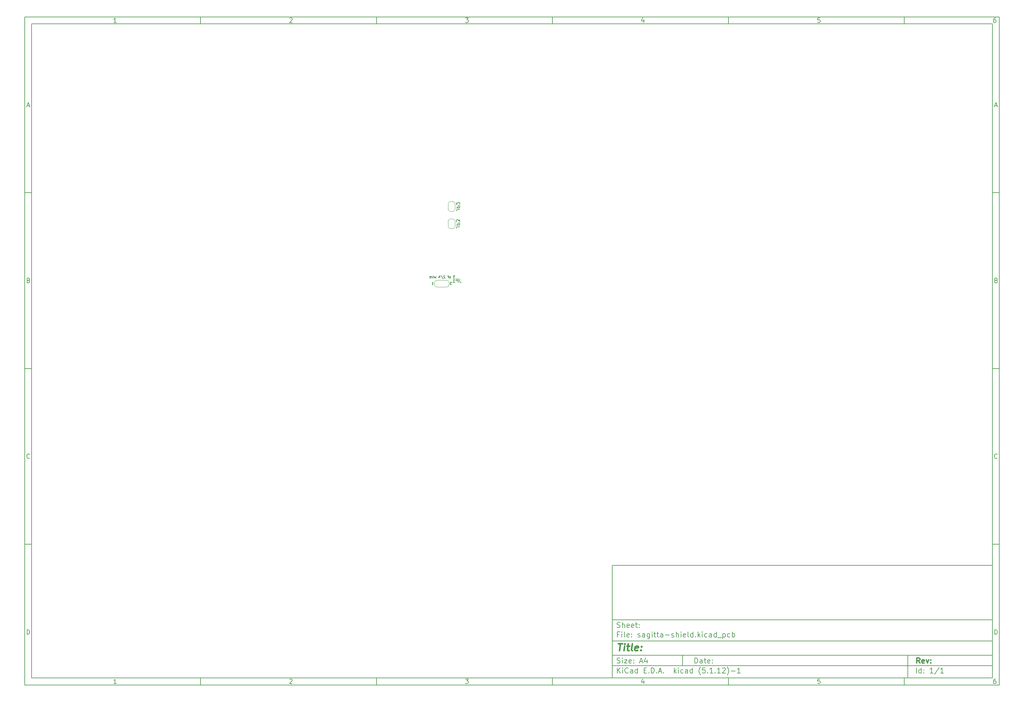
<source format=gbr>
G04 #@! TF.GenerationSoftware,KiCad,Pcbnew,(5.1.12)-1*
G04 #@! TF.CreationDate,2021-12-15T05:31:51+03:00*
G04 #@! TF.ProjectId,sagitta-shield,73616769-7474-4612-9d73-6869656c642e,rev?*
G04 #@! TF.SameCoordinates,Original*
G04 #@! TF.FileFunction,Legend,Bot*
G04 #@! TF.FilePolarity,Positive*
%FSLAX46Y46*%
G04 Gerber Fmt 4.6, Leading zero omitted, Abs format (unit mm)*
G04 Created by KiCad (PCBNEW (5.1.12)-1) date 2021-12-15 05:31:51*
%MOMM*%
%LPD*%
G01*
G04 APERTURE LIST*
%ADD10C,0.100000*%
%ADD11C,0.150000*%
%ADD12C,0.300000*%
%ADD13C,0.400000*%
%ADD14C,0.120000*%
G04 APERTURE END LIST*
D10*
D11*
X177002200Y-166007200D02*
X177002200Y-198007200D01*
X285002200Y-198007200D01*
X285002200Y-166007200D01*
X177002200Y-166007200D01*
D10*
D11*
X10000000Y-10000000D02*
X10000000Y-200007200D01*
X287002200Y-200007200D01*
X287002200Y-10000000D01*
X10000000Y-10000000D01*
D10*
D11*
X12000000Y-12000000D02*
X12000000Y-198007200D01*
X285002200Y-198007200D01*
X285002200Y-12000000D01*
X12000000Y-12000000D01*
D10*
D11*
X60000000Y-12000000D02*
X60000000Y-10000000D01*
D10*
D11*
X110000000Y-12000000D02*
X110000000Y-10000000D01*
D10*
D11*
X160000000Y-12000000D02*
X160000000Y-10000000D01*
D10*
D11*
X210000000Y-12000000D02*
X210000000Y-10000000D01*
D10*
D11*
X260000000Y-12000000D02*
X260000000Y-10000000D01*
D10*
D11*
X36065476Y-11588095D02*
X35322619Y-11588095D01*
X35694047Y-11588095D02*
X35694047Y-10288095D01*
X35570238Y-10473809D01*
X35446428Y-10597619D01*
X35322619Y-10659523D01*
D10*
D11*
X85322619Y-10411904D02*
X85384523Y-10350000D01*
X85508333Y-10288095D01*
X85817857Y-10288095D01*
X85941666Y-10350000D01*
X86003571Y-10411904D01*
X86065476Y-10535714D01*
X86065476Y-10659523D01*
X86003571Y-10845238D01*
X85260714Y-11588095D01*
X86065476Y-11588095D01*
D10*
D11*
X135260714Y-10288095D02*
X136065476Y-10288095D01*
X135632142Y-10783333D01*
X135817857Y-10783333D01*
X135941666Y-10845238D01*
X136003571Y-10907142D01*
X136065476Y-11030952D01*
X136065476Y-11340476D01*
X136003571Y-11464285D01*
X135941666Y-11526190D01*
X135817857Y-11588095D01*
X135446428Y-11588095D01*
X135322619Y-11526190D01*
X135260714Y-11464285D01*
D10*
D11*
X185941666Y-10721428D02*
X185941666Y-11588095D01*
X185632142Y-10226190D02*
X185322619Y-11154761D01*
X186127380Y-11154761D01*
D10*
D11*
X236003571Y-10288095D02*
X235384523Y-10288095D01*
X235322619Y-10907142D01*
X235384523Y-10845238D01*
X235508333Y-10783333D01*
X235817857Y-10783333D01*
X235941666Y-10845238D01*
X236003571Y-10907142D01*
X236065476Y-11030952D01*
X236065476Y-11340476D01*
X236003571Y-11464285D01*
X235941666Y-11526190D01*
X235817857Y-11588095D01*
X235508333Y-11588095D01*
X235384523Y-11526190D01*
X235322619Y-11464285D01*
D10*
D11*
X285941666Y-10288095D02*
X285694047Y-10288095D01*
X285570238Y-10350000D01*
X285508333Y-10411904D01*
X285384523Y-10597619D01*
X285322619Y-10845238D01*
X285322619Y-11340476D01*
X285384523Y-11464285D01*
X285446428Y-11526190D01*
X285570238Y-11588095D01*
X285817857Y-11588095D01*
X285941666Y-11526190D01*
X286003571Y-11464285D01*
X286065476Y-11340476D01*
X286065476Y-11030952D01*
X286003571Y-10907142D01*
X285941666Y-10845238D01*
X285817857Y-10783333D01*
X285570238Y-10783333D01*
X285446428Y-10845238D01*
X285384523Y-10907142D01*
X285322619Y-11030952D01*
D10*
D11*
X60000000Y-198007200D02*
X60000000Y-200007200D01*
D10*
D11*
X110000000Y-198007200D02*
X110000000Y-200007200D01*
D10*
D11*
X160000000Y-198007200D02*
X160000000Y-200007200D01*
D10*
D11*
X210000000Y-198007200D02*
X210000000Y-200007200D01*
D10*
D11*
X260000000Y-198007200D02*
X260000000Y-200007200D01*
D10*
D11*
X36065476Y-199595295D02*
X35322619Y-199595295D01*
X35694047Y-199595295D02*
X35694047Y-198295295D01*
X35570238Y-198481009D01*
X35446428Y-198604819D01*
X35322619Y-198666723D01*
D10*
D11*
X85322619Y-198419104D02*
X85384523Y-198357200D01*
X85508333Y-198295295D01*
X85817857Y-198295295D01*
X85941666Y-198357200D01*
X86003571Y-198419104D01*
X86065476Y-198542914D01*
X86065476Y-198666723D01*
X86003571Y-198852438D01*
X85260714Y-199595295D01*
X86065476Y-199595295D01*
D10*
D11*
X135260714Y-198295295D02*
X136065476Y-198295295D01*
X135632142Y-198790533D01*
X135817857Y-198790533D01*
X135941666Y-198852438D01*
X136003571Y-198914342D01*
X136065476Y-199038152D01*
X136065476Y-199347676D01*
X136003571Y-199471485D01*
X135941666Y-199533390D01*
X135817857Y-199595295D01*
X135446428Y-199595295D01*
X135322619Y-199533390D01*
X135260714Y-199471485D01*
D10*
D11*
X185941666Y-198728628D02*
X185941666Y-199595295D01*
X185632142Y-198233390D02*
X185322619Y-199161961D01*
X186127380Y-199161961D01*
D10*
D11*
X236003571Y-198295295D02*
X235384523Y-198295295D01*
X235322619Y-198914342D01*
X235384523Y-198852438D01*
X235508333Y-198790533D01*
X235817857Y-198790533D01*
X235941666Y-198852438D01*
X236003571Y-198914342D01*
X236065476Y-199038152D01*
X236065476Y-199347676D01*
X236003571Y-199471485D01*
X235941666Y-199533390D01*
X235817857Y-199595295D01*
X235508333Y-199595295D01*
X235384523Y-199533390D01*
X235322619Y-199471485D01*
D10*
D11*
X285941666Y-198295295D02*
X285694047Y-198295295D01*
X285570238Y-198357200D01*
X285508333Y-198419104D01*
X285384523Y-198604819D01*
X285322619Y-198852438D01*
X285322619Y-199347676D01*
X285384523Y-199471485D01*
X285446428Y-199533390D01*
X285570238Y-199595295D01*
X285817857Y-199595295D01*
X285941666Y-199533390D01*
X286003571Y-199471485D01*
X286065476Y-199347676D01*
X286065476Y-199038152D01*
X286003571Y-198914342D01*
X285941666Y-198852438D01*
X285817857Y-198790533D01*
X285570238Y-198790533D01*
X285446428Y-198852438D01*
X285384523Y-198914342D01*
X285322619Y-199038152D01*
D10*
D11*
X10000000Y-60000000D02*
X12000000Y-60000000D01*
D10*
D11*
X10000000Y-110000000D02*
X12000000Y-110000000D01*
D10*
D11*
X10000000Y-160000000D02*
X12000000Y-160000000D01*
D10*
D11*
X10690476Y-35216666D02*
X11309523Y-35216666D01*
X10566666Y-35588095D02*
X11000000Y-34288095D01*
X11433333Y-35588095D01*
D10*
D11*
X11092857Y-84907142D02*
X11278571Y-84969047D01*
X11340476Y-85030952D01*
X11402380Y-85154761D01*
X11402380Y-85340476D01*
X11340476Y-85464285D01*
X11278571Y-85526190D01*
X11154761Y-85588095D01*
X10659523Y-85588095D01*
X10659523Y-84288095D01*
X11092857Y-84288095D01*
X11216666Y-84350000D01*
X11278571Y-84411904D01*
X11340476Y-84535714D01*
X11340476Y-84659523D01*
X11278571Y-84783333D01*
X11216666Y-84845238D01*
X11092857Y-84907142D01*
X10659523Y-84907142D01*
D10*
D11*
X11402380Y-135464285D02*
X11340476Y-135526190D01*
X11154761Y-135588095D01*
X11030952Y-135588095D01*
X10845238Y-135526190D01*
X10721428Y-135402380D01*
X10659523Y-135278571D01*
X10597619Y-135030952D01*
X10597619Y-134845238D01*
X10659523Y-134597619D01*
X10721428Y-134473809D01*
X10845238Y-134350000D01*
X11030952Y-134288095D01*
X11154761Y-134288095D01*
X11340476Y-134350000D01*
X11402380Y-134411904D01*
D10*
D11*
X10659523Y-185588095D02*
X10659523Y-184288095D01*
X10969047Y-184288095D01*
X11154761Y-184350000D01*
X11278571Y-184473809D01*
X11340476Y-184597619D01*
X11402380Y-184845238D01*
X11402380Y-185030952D01*
X11340476Y-185278571D01*
X11278571Y-185402380D01*
X11154761Y-185526190D01*
X10969047Y-185588095D01*
X10659523Y-185588095D01*
D10*
D11*
X287002200Y-60000000D02*
X285002200Y-60000000D01*
D10*
D11*
X287002200Y-110000000D02*
X285002200Y-110000000D01*
D10*
D11*
X287002200Y-160000000D02*
X285002200Y-160000000D01*
D10*
D11*
X285692676Y-35216666D02*
X286311723Y-35216666D01*
X285568866Y-35588095D02*
X286002200Y-34288095D01*
X286435533Y-35588095D01*
D10*
D11*
X286095057Y-84907142D02*
X286280771Y-84969047D01*
X286342676Y-85030952D01*
X286404580Y-85154761D01*
X286404580Y-85340476D01*
X286342676Y-85464285D01*
X286280771Y-85526190D01*
X286156961Y-85588095D01*
X285661723Y-85588095D01*
X285661723Y-84288095D01*
X286095057Y-84288095D01*
X286218866Y-84350000D01*
X286280771Y-84411904D01*
X286342676Y-84535714D01*
X286342676Y-84659523D01*
X286280771Y-84783333D01*
X286218866Y-84845238D01*
X286095057Y-84907142D01*
X285661723Y-84907142D01*
D10*
D11*
X286404580Y-135464285D02*
X286342676Y-135526190D01*
X286156961Y-135588095D01*
X286033152Y-135588095D01*
X285847438Y-135526190D01*
X285723628Y-135402380D01*
X285661723Y-135278571D01*
X285599819Y-135030952D01*
X285599819Y-134845238D01*
X285661723Y-134597619D01*
X285723628Y-134473809D01*
X285847438Y-134350000D01*
X286033152Y-134288095D01*
X286156961Y-134288095D01*
X286342676Y-134350000D01*
X286404580Y-134411904D01*
D10*
D11*
X285661723Y-185588095D02*
X285661723Y-184288095D01*
X285971247Y-184288095D01*
X286156961Y-184350000D01*
X286280771Y-184473809D01*
X286342676Y-184597619D01*
X286404580Y-184845238D01*
X286404580Y-185030952D01*
X286342676Y-185278571D01*
X286280771Y-185402380D01*
X286156961Y-185526190D01*
X285971247Y-185588095D01*
X285661723Y-185588095D01*
D10*
D11*
X200434342Y-193785771D02*
X200434342Y-192285771D01*
X200791485Y-192285771D01*
X201005771Y-192357200D01*
X201148628Y-192500057D01*
X201220057Y-192642914D01*
X201291485Y-192928628D01*
X201291485Y-193142914D01*
X201220057Y-193428628D01*
X201148628Y-193571485D01*
X201005771Y-193714342D01*
X200791485Y-193785771D01*
X200434342Y-193785771D01*
X202577200Y-193785771D02*
X202577200Y-193000057D01*
X202505771Y-192857200D01*
X202362914Y-192785771D01*
X202077200Y-192785771D01*
X201934342Y-192857200D01*
X202577200Y-193714342D02*
X202434342Y-193785771D01*
X202077200Y-193785771D01*
X201934342Y-193714342D01*
X201862914Y-193571485D01*
X201862914Y-193428628D01*
X201934342Y-193285771D01*
X202077200Y-193214342D01*
X202434342Y-193214342D01*
X202577200Y-193142914D01*
X203077200Y-192785771D02*
X203648628Y-192785771D01*
X203291485Y-192285771D02*
X203291485Y-193571485D01*
X203362914Y-193714342D01*
X203505771Y-193785771D01*
X203648628Y-193785771D01*
X204720057Y-193714342D02*
X204577200Y-193785771D01*
X204291485Y-193785771D01*
X204148628Y-193714342D01*
X204077200Y-193571485D01*
X204077200Y-193000057D01*
X204148628Y-192857200D01*
X204291485Y-192785771D01*
X204577200Y-192785771D01*
X204720057Y-192857200D01*
X204791485Y-193000057D01*
X204791485Y-193142914D01*
X204077200Y-193285771D01*
X205434342Y-193642914D02*
X205505771Y-193714342D01*
X205434342Y-193785771D01*
X205362914Y-193714342D01*
X205434342Y-193642914D01*
X205434342Y-193785771D01*
X205434342Y-192857200D02*
X205505771Y-192928628D01*
X205434342Y-193000057D01*
X205362914Y-192928628D01*
X205434342Y-192857200D01*
X205434342Y-193000057D01*
D10*
D11*
X177002200Y-194507200D02*
X285002200Y-194507200D01*
D10*
D11*
X178434342Y-196585771D02*
X178434342Y-195085771D01*
X179291485Y-196585771D02*
X178648628Y-195728628D01*
X179291485Y-195085771D02*
X178434342Y-195942914D01*
X179934342Y-196585771D02*
X179934342Y-195585771D01*
X179934342Y-195085771D02*
X179862914Y-195157200D01*
X179934342Y-195228628D01*
X180005771Y-195157200D01*
X179934342Y-195085771D01*
X179934342Y-195228628D01*
X181505771Y-196442914D02*
X181434342Y-196514342D01*
X181220057Y-196585771D01*
X181077200Y-196585771D01*
X180862914Y-196514342D01*
X180720057Y-196371485D01*
X180648628Y-196228628D01*
X180577200Y-195942914D01*
X180577200Y-195728628D01*
X180648628Y-195442914D01*
X180720057Y-195300057D01*
X180862914Y-195157200D01*
X181077200Y-195085771D01*
X181220057Y-195085771D01*
X181434342Y-195157200D01*
X181505771Y-195228628D01*
X182791485Y-196585771D02*
X182791485Y-195800057D01*
X182720057Y-195657200D01*
X182577200Y-195585771D01*
X182291485Y-195585771D01*
X182148628Y-195657200D01*
X182791485Y-196514342D02*
X182648628Y-196585771D01*
X182291485Y-196585771D01*
X182148628Y-196514342D01*
X182077200Y-196371485D01*
X182077200Y-196228628D01*
X182148628Y-196085771D01*
X182291485Y-196014342D01*
X182648628Y-196014342D01*
X182791485Y-195942914D01*
X184148628Y-196585771D02*
X184148628Y-195085771D01*
X184148628Y-196514342D02*
X184005771Y-196585771D01*
X183720057Y-196585771D01*
X183577200Y-196514342D01*
X183505771Y-196442914D01*
X183434342Y-196300057D01*
X183434342Y-195871485D01*
X183505771Y-195728628D01*
X183577200Y-195657200D01*
X183720057Y-195585771D01*
X184005771Y-195585771D01*
X184148628Y-195657200D01*
X186005771Y-195800057D02*
X186505771Y-195800057D01*
X186720057Y-196585771D02*
X186005771Y-196585771D01*
X186005771Y-195085771D01*
X186720057Y-195085771D01*
X187362914Y-196442914D02*
X187434342Y-196514342D01*
X187362914Y-196585771D01*
X187291485Y-196514342D01*
X187362914Y-196442914D01*
X187362914Y-196585771D01*
X188077200Y-196585771D02*
X188077200Y-195085771D01*
X188434342Y-195085771D01*
X188648628Y-195157200D01*
X188791485Y-195300057D01*
X188862914Y-195442914D01*
X188934342Y-195728628D01*
X188934342Y-195942914D01*
X188862914Y-196228628D01*
X188791485Y-196371485D01*
X188648628Y-196514342D01*
X188434342Y-196585771D01*
X188077200Y-196585771D01*
X189577200Y-196442914D02*
X189648628Y-196514342D01*
X189577200Y-196585771D01*
X189505771Y-196514342D01*
X189577200Y-196442914D01*
X189577200Y-196585771D01*
X190220057Y-196157200D02*
X190934342Y-196157200D01*
X190077200Y-196585771D02*
X190577200Y-195085771D01*
X191077200Y-196585771D01*
X191577200Y-196442914D02*
X191648628Y-196514342D01*
X191577200Y-196585771D01*
X191505771Y-196514342D01*
X191577200Y-196442914D01*
X191577200Y-196585771D01*
X194577200Y-196585771D02*
X194577200Y-195085771D01*
X194720057Y-196014342D02*
X195148628Y-196585771D01*
X195148628Y-195585771D02*
X194577200Y-196157200D01*
X195791485Y-196585771D02*
X195791485Y-195585771D01*
X195791485Y-195085771D02*
X195720057Y-195157200D01*
X195791485Y-195228628D01*
X195862914Y-195157200D01*
X195791485Y-195085771D01*
X195791485Y-195228628D01*
X197148628Y-196514342D02*
X197005771Y-196585771D01*
X196720057Y-196585771D01*
X196577200Y-196514342D01*
X196505771Y-196442914D01*
X196434342Y-196300057D01*
X196434342Y-195871485D01*
X196505771Y-195728628D01*
X196577200Y-195657200D01*
X196720057Y-195585771D01*
X197005771Y-195585771D01*
X197148628Y-195657200D01*
X198434342Y-196585771D02*
X198434342Y-195800057D01*
X198362914Y-195657200D01*
X198220057Y-195585771D01*
X197934342Y-195585771D01*
X197791485Y-195657200D01*
X198434342Y-196514342D02*
X198291485Y-196585771D01*
X197934342Y-196585771D01*
X197791485Y-196514342D01*
X197720057Y-196371485D01*
X197720057Y-196228628D01*
X197791485Y-196085771D01*
X197934342Y-196014342D01*
X198291485Y-196014342D01*
X198434342Y-195942914D01*
X199791485Y-196585771D02*
X199791485Y-195085771D01*
X199791485Y-196514342D02*
X199648628Y-196585771D01*
X199362914Y-196585771D01*
X199220057Y-196514342D01*
X199148628Y-196442914D01*
X199077200Y-196300057D01*
X199077200Y-195871485D01*
X199148628Y-195728628D01*
X199220057Y-195657200D01*
X199362914Y-195585771D01*
X199648628Y-195585771D01*
X199791485Y-195657200D01*
X202077200Y-197157200D02*
X202005771Y-197085771D01*
X201862914Y-196871485D01*
X201791485Y-196728628D01*
X201720057Y-196514342D01*
X201648628Y-196157200D01*
X201648628Y-195871485D01*
X201720057Y-195514342D01*
X201791485Y-195300057D01*
X201862914Y-195157200D01*
X202005771Y-194942914D01*
X202077200Y-194871485D01*
X203362914Y-195085771D02*
X202648628Y-195085771D01*
X202577200Y-195800057D01*
X202648628Y-195728628D01*
X202791485Y-195657200D01*
X203148628Y-195657200D01*
X203291485Y-195728628D01*
X203362914Y-195800057D01*
X203434342Y-195942914D01*
X203434342Y-196300057D01*
X203362914Y-196442914D01*
X203291485Y-196514342D01*
X203148628Y-196585771D01*
X202791485Y-196585771D01*
X202648628Y-196514342D01*
X202577200Y-196442914D01*
X204077200Y-196442914D02*
X204148628Y-196514342D01*
X204077200Y-196585771D01*
X204005771Y-196514342D01*
X204077200Y-196442914D01*
X204077200Y-196585771D01*
X205577200Y-196585771D02*
X204720057Y-196585771D01*
X205148628Y-196585771D02*
X205148628Y-195085771D01*
X205005771Y-195300057D01*
X204862914Y-195442914D01*
X204720057Y-195514342D01*
X206220057Y-196442914D02*
X206291485Y-196514342D01*
X206220057Y-196585771D01*
X206148628Y-196514342D01*
X206220057Y-196442914D01*
X206220057Y-196585771D01*
X207720057Y-196585771D02*
X206862914Y-196585771D01*
X207291485Y-196585771D02*
X207291485Y-195085771D01*
X207148628Y-195300057D01*
X207005771Y-195442914D01*
X206862914Y-195514342D01*
X208291485Y-195228628D02*
X208362914Y-195157200D01*
X208505771Y-195085771D01*
X208862914Y-195085771D01*
X209005771Y-195157200D01*
X209077200Y-195228628D01*
X209148628Y-195371485D01*
X209148628Y-195514342D01*
X209077200Y-195728628D01*
X208220057Y-196585771D01*
X209148628Y-196585771D01*
X209648628Y-197157200D02*
X209720057Y-197085771D01*
X209862914Y-196871485D01*
X209934342Y-196728628D01*
X210005771Y-196514342D01*
X210077200Y-196157200D01*
X210077200Y-195871485D01*
X210005771Y-195514342D01*
X209934342Y-195300057D01*
X209862914Y-195157200D01*
X209720057Y-194942914D01*
X209648628Y-194871485D01*
X210791485Y-196014342D02*
X211934342Y-196014342D01*
X213434342Y-196585771D02*
X212577200Y-196585771D01*
X213005771Y-196585771D02*
X213005771Y-195085771D01*
X212862914Y-195300057D01*
X212720057Y-195442914D01*
X212577200Y-195514342D01*
D10*
D11*
X177002200Y-191507200D02*
X285002200Y-191507200D01*
D10*
D12*
X264411485Y-193785771D02*
X263911485Y-193071485D01*
X263554342Y-193785771D02*
X263554342Y-192285771D01*
X264125771Y-192285771D01*
X264268628Y-192357200D01*
X264340057Y-192428628D01*
X264411485Y-192571485D01*
X264411485Y-192785771D01*
X264340057Y-192928628D01*
X264268628Y-193000057D01*
X264125771Y-193071485D01*
X263554342Y-193071485D01*
X265625771Y-193714342D02*
X265482914Y-193785771D01*
X265197200Y-193785771D01*
X265054342Y-193714342D01*
X264982914Y-193571485D01*
X264982914Y-193000057D01*
X265054342Y-192857200D01*
X265197200Y-192785771D01*
X265482914Y-192785771D01*
X265625771Y-192857200D01*
X265697200Y-193000057D01*
X265697200Y-193142914D01*
X264982914Y-193285771D01*
X266197200Y-192785771D02*
X266554342Y-193785771D01*
X266911485Y-192785771D01*
X267482914Y-193642914D02*
X267554342Y-193714342D01*
X267482914Y-193785771D01*
X267411485Y-193714342D01*
X267482914Y-193642914D01*
X267482914Y-193785771D01*
X267482914Y-192857200D02*
X267554342Y-192928628D01*
X267482914Y-193000057D01*
X267411485Y-192928628D01*
X267482914Y-192857200D01*
X267482914Y-193000057D01*
D10*
D11*
X178362914Y-193714342D02*
X178577200Y-193785771D01*
X178934342Y-193785771D01*
X179077200Y-193714342D01*
X179148628Y-193642914D01*
X179220057Y-193500057D01*
X179220057Y-193357200D01*
X179148628Y-193214342D01*
X179077200Y-193142914D01*
X178934342Y-193071485D01*
X178648628Y-193000057D01*
X178505771Y-192928628D01*
X178434342Y-192857200D01*
X178362914Y-192714342D01*
X178362914Y-192571485D01*
X178434342Y-192428628D01*
X178505771Y-192357200D01*
X178648628Y-192285771D01*
X179005771Y-192285771D01*
X179220057Y-192357200D01*
X179862914Y-193785771D02*
X179862914Y-192785771D01*
X179862914Y-192285771D02*
X179791485Y-192357200D01*
X179862914Y-192428628D01*
X179934342Y-192357200D01*
X179862914Y-192285771D01*
X179862914Y-192428628D01*
X180434342Y-192785771D02*
X181220057Y-192785771D01*
X180434342Y-193785771D01*
X181220057Y-193785771D01*
X182362914Y-193714342D02*
X182220057Y-193785771D01*
X181934342Y-193785771D01*
X181791485Y-193714342D01*
X181720057Y-193571485D01*
X181720057Y-193000057D01*
X181791485Y-192857200D01*
X181934342Y-192785771D01*
X182220057Y-192785771D01*
X182362914Y-192857200D01*
X182434342Y-193000057D01*
X182434342Y-193142914D01*
X181720057Y-193285771D01*
X183077200Y-193642914D02*
X183148628Y-193714342D01*
X183077200Y-193785771D01*
X183005771Y-193714342D01*
X183077200Y-193642914D01*
X183077200Y-193785771D01*
X183077200Y-192857200D02*
X183148628Y-192928628D01*
X183077200Y-193000057D01*
X183005771Y-192928628D01*
X183077200Y-192857200D01*
X183077200Y-193000057D01*
X184862914Y-193357200D02*
X185577200Y-193357200D01*
X184720057Y-193785771D02*
X185220057Y-192285771D01*
X185720057Y-193785771D01*
X186862914Y-192785771D02*
X186862914Y-193785771D01*
X186505771Y-192214342D02*
X186148628Y-193285771D01*
X187077200Y-193285771D01*
D10*
D11*
X263434342Y-196585771D02*
X263434342Y-195085771D01*
X264791485Y-196585771D02*
X264791485Y-195085771D01*
X264791485Y-196514342D02*
X264648628Y-196585771D01*
X264362914Y-196585771D01*
X264220057Y-196514342D01*
X264148628Y-196442914D01*
X264077200Y-196300057D01*
X264077200Y-195871485D01*
X264148628Y-195728628D01*
X264220057Y-195657200D01*
X264362914Y-195585771D01*
X264648628Y-195585771D01*
X264791485Y-195657200D01*
X265505771Y-196442914D02*
X265577200Y-196514342D01*
X265505771Y-196585771D01*
X265434342Y-196514342D01*
X265505771Y-196442914D01*
X265505771Y-196585771D01*
X265505771Y-195657200D02*
X265577200Y-195728628D01*
X265505771Y-195800057D01*
X265434342Y-195728628D01*
X265505771Y-195657200D01*
X265505771Y-195800057D01*
X268148628Y-196585771D02*
X267291485Y-196585771D01*
X267720057Y-196585771D02*
X267720057Y-195085771D01*
X267577200Y-195300057D01*
X267434342Y-195442914D01*
X267291485Y-195514342D01*
X269862914Y-195014342D02*
X268577200Y-196942914D01*
X271148628Y-196585771D02*
X270291485Y-196585771D01*
X270720057Y-196585771D02*
X270720057Y-195085771D01*
X270577200Y-195300057D01*
X270434342Y-195442914D01*
X270291485Y-195514342D01*
D10*
D11*
X177002200Y-187507200D02*
X285002200Y-187507200D01*
D10*
D13*
X178714580Y-188211961D02*
X179857438Y-188211961D01*
X179036009Y-190211961D02*
X179286009Y-188211961D01*
X180274104Y-190211961D02*
X180440771Y-188878628D01*
X180524104Y-188211961D02*
X180416961Y-188307200D01*
X180500295Y-188402438D01*
X180607438Y-188307200D01*
X180524104Y-188211961D01*
X180500295Y-188402438D01*
X181107438Y-188878628D02*
X181869342Y-188878628D01*
X181476485Y-188211961D02*
X181262200Y-189926247D01*
X181333628Y-190116723D01*
X181512200Y-190211961D01*
X181702676Y-190211961D01*
X182655057Y-190211961D02*
X182476485Y-190116723D01*
X182405057Y-189926247D01*
X182619342Y-188211961D01*
X184190771Y-190116723D02*
X183988390Y-190211961D01*
X183607438Y-190211961D01*
X183428866Y-190116723D01*
X183357438Y-189926247D01*
X183452676Y-189164342D01*
X183571723Y-188973866D01*
X183774104Y-188878628D01*
X184155057Y-188878628D01*
X184333628Y-188973866D01*
X184405057Y-189164342D01*
X184381247Y-189354819D01*
X183405057Y-189545295D01*
X185155057Y-190021485D02*
X185238390Y-190116723D01*
X185131247Y-190211961D01*
X185047914Y-190116723D01*
X185155057Y-190021485D01*
X185131247Y-190211961D01*
X185286009Y-188973866D02*
X185369342Y-189069104D01*
X185262200Y-189164342D01*
X185178866Y-189069104D01*
X185286009Y-188973866D01*
X185262200Y-189164342D01*
D10*
D11*
X178934342Y-185600057D02*
X178434342Y-185600057D01*
X178434342Y-186385771D02*
X178434342Y-184885771D01*
X179148628Y-184885771D01*
X179720057Y-186385771D02*
X179720057Y-185385771D01*
X179720057Y-184885771D02*
X179648628Y-184957200D01*
X179720057Y-185028628D01*
X179791485Y-184957200D01*
X179720057Y-184885771D01*
X179720057Y-185028628D01*
X180648628Y-186385771D02*
X180505771Y-186314342D01*
X180434342Y-186171485D01*
X180434342Y-184885771D01*
X181791485Y-186314342D02*
X181648628Y-186385771D01*
X181362914Y-186385771D01*
X181220057Y-186314342D01*
X181148628Y-186171485D01*
X181148628Y-185600057D01*
X181220057Y-185457200D01*
X181362914Y-185385771D01*
X181648628Y-185385771D01*
X181791485Y-185457200D01*
X181862914Y-185600057D01*
X181862914Y-185742914D01*
X181148628Y-185885771D01*
X182505771Y-186242914D02*
X182577200Y-186314342D01*
X182505771Y-186385771D01*
X182434342Y-186314342D01*
X182505771Y-186242914D01*
X182505771Y-186385771D01*
X182505771Y-185457200D02*
X182577200Y-185528628D01*
X182505771Y-185600057D01*
X182434342Y-185528628D01*
X182505771Y-185457200D01*
X182505771Y-185600057D01*
X184291485Y-186314342D02*
X184434342Y-186385771D01*
X184720057Y-186385771D01*
X184862914Y-186314342D01*
X184934342Y-186171485D01*
X184934342Y-186100057D01*
X184862914Y-185957200D01*
X184720057Y-185885771D01*
X184505771Y-185885771D01*
X184362914Y-185814342D01*
X184291485Y-185671485D01*
X184291485Y-185600057D01*
X184362914Y-185457200D01*
X184505771Y-185385771D01*
X184720057Y-185385771D01*
X184862914Y-185457200D01*
X186220057Y-186385771D02*
X186220057Y-185600057D01*
X186148628Y-185457200D01*
X186005771Y-185385771D01*
X185720057Y-185385771D01*
X185577200Y-185457200D01*
X186220057Y-186314342D02*
X186077200Y-186385771D01*
X185720057Y-186385771D01*
X185577200Y-186314342D01*
X185505771Y-186171485D01*
X185505771Y-186028628D01*
X185577200Y-185885771D01*
X185720057Y-185814342D01*
X186077200Y-185814342D01*
X186220057Y-185742914D01*
X187577200Y-185385771D02*
X187577200Y-186600057D01*
X187505771Y-186742914D01*
X187434342Y-186814342D01*
X187291485Y-186885771D01*
X187077200Y-186885771D01*
X186934342Y-186814342D01*
X187577200Y-186314342D02*
X187434342Y-186385771D01*
X187148628Y-186385771D01*
X187005771Y-186314342D01*
X186934342Y-186242914D01*
X186862914Y-186100057D01*
X186862914Y-185671485D01*
X186934342Y-185528628D01*
X187005771Y-185457200D01*
X187148628Y-185385771D01*
X187434342Y-185385771D01*
X187577200Y-185457200D01*
X188291485Y-186385771D02*
X188291485Y-185385771D01*
X188291485Y-184885771D02*
X188220057Y-184957200D01*
X188291485Y-185028628D01*
X188362914Y-184957200D01*
X188291485Y-184885771D01*
X188291485Y-185028628D01*
X188791485Y-185385771D02*
X189362914Y-185385771D01*
X189005771Y-184885771D02*
X189005771Y-186171485D01*
X189077200Y-186314342D01*
X189220057Y-186385771D01*
X189362914Y-186385771D01*
X189648628Y-185385771D02*
X190220057Y-185385771D01*
X189862914Y-184885771D02*
X189862914Y-186171485D01*
X189934342Y-186314342D01*
X190077200Y-186385771D01*
X190220057Y-186385771D01*
X191362914Y-186385771D02*
X191362914Y-185600057D01*
X191291485Y-185457200D01*
X191148628Y-185385771D01*
X190862914Y-185385771D01*
X190720057Y-185457200D01*
X191362914Y-186314342D02*
X191220057Y-186385771D01*
X190862914Y-186385771D01*
X190720057Y-186314342D01*
X190648628Y-186171485D01*
X190648628Y-186028628D01*
X190720057Y-185885771D01*
X190862914Y-185814342D01*
X191220057Y-185814342D01*
X191362914Y-185742914D01*
X192077200Y-185814342D02*
X193220057Y-185814342D01*
X193862914Y-186314342D02*
X194005771Y-186385771D01*
X194291485Y-186385771D01*
X194434342Y-186314342D01*
X194505771Y-186171485D01*
X194505771Y-186100057D01*
X194434342Y-185957200D01*
X194291485Y-185885771D01*
X194077200Y-185885771D01*
X193934342Y-185814342D01*
X193862914Y-185671485D01*
X193862914Y-185600057D01*
X193934342Y-185457200D01*
X194077200Y-185385771D01*
X194291485Y-185385771D01*
X194434342Y-185457200D01*
X195148628Y-186385771D02*
X195148628Y-184885771D01*
X195791485Y-186385771D02*
X195791485Y-185600057D01*
X195720057Y-185457200D01*
X195577200Y-185385771D01*
X195362914Y-185385771D01*
X195220057Y-185457200D01*
X195148628Y-185528628D01*
X196505771Y-186385771D02*
X196505771Y-185385771D01*
X196505771Y-184885771D02*
X196434342Y-184957200D01*
X196505771Y-185028628D01*
X196577200Y-184957200D01*
X196505771Y-184885771D01*
X196505771Y-185028628D01*
X197791485Y-186314342D02*
X197648628Y-186385771D01*
X197362914Y-186385771D01*
X197220057Y-186314342D01*
X197148628Y-186171485D01*
X197148628Y-185600057D01*
X197220057Y-185457200D01*
X197362914Y-185385771D01*
X197648628Y-185385771D01*
X197791485Y-185457200D01*
X197862914Y-185600057D01*
X197862914Y-185742914D01*
X197148628Y-185885771D01*
X198720057Y-186385771D02*
X198577200Y-186314342D01*
X198505771Y-186171485D01*
X198505771Y-184885771D01*
X199934342Y-186385771D02*
X199934342Y-184885771D01*
X199934342Y-186314342D02*
X199791485Y-186385771D01*
X199505771Y-186385771D01*
X199362914Y-186314342D01*
X199291485Y-186242914D01*
X199220057Y-186100057D01*
X199220057Y-185671485D01*
X199291485Y-185528628D01*
X199362914Y-185457200D01*
X199505771Y-185385771D01*
X199791485Y-185385771D01*
X199934342Y-185457200D01*
X200648628Y-186242914D02*
X200720057Y-186314342D01*
X200648628Y-186385771D01*
X200577200Y-186314342D01*
X200648628Y-186242914D01*
X200648628Y-186385771D01*
X201362914Y-186385771D02*
X201362914Y-184885771D01*
X201505771Y-185814342D02*
X201934342Y-186385771D01*
X201934342Y-185385771D02*
X201362914Y-185957200D01*
X202577200Y-186385771D02*
X202577200Y-185385771D01*
X202577200Y-184885771D02*
X202505771Y-184957200D01*
X202577200Y-185028628D01*
X202648628Y-184957200D01*
X202577200Y-184885771D01*
X202577200Y-185028628D01*
X203934342Y-186314342D02*
X203791485Y-186385771D01*
X203505771Y-186385771D01*
X203362914Y-186314342D01*
X203291485Y-186242914D01*
X203220057Y-186100057D01*
X203220057Y-185671485D01*
X203291485Y-185528628D01*
X203362914Y-185457200D01*
X203505771Y-185385771D01*
X203791485Y-185385771D01*
X203934342Y-185457200D01*
X205220057Y-186385771D02*
X205220057Y-185600057D01*
X205148628Y-185457200D01*
X205005771Y-185385771D01*
X204720057Y-185385771D01*
X204577200Y-185457200D01*
X205220057Y-186314342D02*
X205077200Y-186385771D01*
X204720057Y-186385771D01*
X204577200Y-186314342D01*
X204505771Y-186171485D01*
X204505771Y-186028628D01*
X204577200Y-185885771D01*
X204720057Y-185814342D01*
X205077200Y-185814342D01*
X205220057Y-185742914D01*
X206577200Y-186385771D02*
X206577200Y-184885771D01*
X206577200Y-186314342D02*
X206434342Y-186385771D01*
X206148628Y-186385771D01*
X206005771Y-186314342D01*
X205934342Y-186242914D01*
X205862914Y-186100057D01*
X205862914Y-185671485D01*
X205934342Y-185528628D01*
X206005771Y-185457200D01*
X206148628Y-185385771D01*
X206434342Y-185385771D01*
X206577200Y-185457200D01*
X206934342Y-186528628D02*
X208077200Y-186528628D01*
X208434342Y-185385771D02*
X208434342Y-186885771D01*
X208434342Y-185457200D02*
X208577200Y-185385771D01*
X208862914Y-185385771D01*
X209005771Y-185457200D01*
X209077200Y-185528628D01*
X209148628Y-185671485D01*
X209148628Y-186100057D01*
X209077200Y-186242914D01*
X209005771Y-186314342D01*
X208862914Y-186385771D01*
X208577200Y-186385771D01*
X208434342Y-186314342D01*
X210434342Y-186314342D02*
X210291485Y-186385771D01*
X210005771Y-186385771D01*
X209862914Y-186314342D01*
X209791485Y-186242914D01*
X209720057Y-186100057D01*
X209720057Y-185671485D01*
X209791485Y-185528628D01*
X209862914Y-185457200D01*
X210005771Y-185385771D01*
X210291485Y-185385771D01*
X210434342Y-185457200D01*
X211077200Y-186385771D02*
X211077200Y-184885771D01*
X211077200Y-185457200D02*
X211220057Y-185385771D01*
X211505771Y-185385771D01*
X211648628Y-185457200D01*
X211720057Y-185528628D01*
X211791485Y-185671485D01*
X211791485Y-186100057D01*
X211720057Y-186242914D01*
X211648628Y-186314342D01*
X211505771Y-186385771D01*
X211220057Y-186385771D01*
X211077200Y-186314342D01*
D10*
D11*
X177002200Y-181507200D02*
X285002200Y-181507200D01*
D10*
D11*
X178362914Y-183614342D02*
X178577200Y-183685771D01*
X178934342Y-183685771D01*
X179077200Y-183614342D01*
X179148628Y-183542914D01*
X179220057Y-183400057D01*
X179220057Y-183257200D01*
X179148628Y-183114342D01*
X179077200Y-183042914D01*
X178934342Y-182971485D01*
X178648628Y-182900057D01*
X178505771Y-182828628D01*
X178434342Y-182757200D01*
X178362914Y-182614342D01*
X178362914Y-182471485D01*
X178434342Y-182328628D01*
X178505771Y-182257200D01*
X178648628Y-182185771D01*
X179005771Y-182185771D01*
X179220057Y-182257200D01*
X179862914Y-183685771D02*
X179862914Y-182185771D01*
X180505771Y-183685771D02*
X180505771Y-182900057D01*
X180434342Y-182757200D01*
X180291485Y-182685771D01*
X180077200Y-182685771D01*
X179934342Y-182757200D01*
X179862914Y-182828628D01*
X181791485Y-183614342D02*
X181648628Y-183685771D01*
X181362914Y-183685771D01*
X181220057Y-183614342D01*
X181148628Y-183471485D01*
X181148628Y-182900057D01*
X181220057Y-182757200D01*
X181362914Y-182685771D01*
X181648628Y-182685771D01*
X181791485Y-182757200D01*
X181862914Y-182900057D01*
X181862914Y-183042914D01*
X181148628Y-183185771D01*
X183077200Y-183614342D02*
X182934342Y-183685771D01*
X182648628Y-183685771D01*
X182505771Y-183614342D01*
X182434342Y-183471485D01*
X182434342Y-182900057D01*
X182505771Y-182757200D01*
X182648628Y-182685771D01*
X182934342Y-182685771D01*
X183077200Y-182757200D01*
X183148628Y-182900057D01*
X183148628Y-183042914D01*
X182434342Y-183185771D01*
X183577200Y-182685771D02*
X184148628Y-182685771D01*
X183791485Y-182185771D02*
X183791485Y-183471485D01*
X183862914Y-183614342D01*
X184005771Y-183685771D01*
X184148628Y-183685771D01*
X184648628Y-183542914D02*
X184720057Y-183614342D01*
X184648628Y-183685771D01*
X184577200Y-183614342D01*
X184648628Y-183542914D01*
X184648628Y-183685771D01*
X184648628Y-182757200D02*
X184720057Y-182828628D01*
X184648628Y-182900057D01*
X184577200Y-182828628D01*
X184648628Y-182757200D01*
X184648628Y-182900057D01*
D10*
D11*
X197002200Y-191507200D02*
X197002200Y-194507200D01*
D10*
D11*
X261002200Y-191507200D02*
X261002200Y-198007200D01*
D14*
X126474000Y-85552000D02*
X126474000Y-86152000D01*
X129924000Y-84852000D02*
X127124000Y-84852000D01*
X130574000Y-86152000D02*
X130574000Y-85552000D01*
X127124000Y-86852000D02*
X129924000Y-86852000D01*
X129874000Y-86852000D02*
G75*
G03*
X130574000Y-86152000I0J700000D01*
G01*
X130574000Y-85552000D02*
G75*
G03*
X129874000Y-84852000I-700000J0D01*
G01*
X127174000Y-84852000D02*
G75*
G03*
X126474000Y-85552000I0J-700000D01*
G01*
X126474000Y-86152000D02*
G75*
G03*
X127174000Y-86852000I700000J0D01*
G01*
X131618000Y-70234000D02*
G75*
G03*
X132318000Y-69534000I0J700000D01*
G01*
X130318000Y-69534000D02*
G75*
G03*
X131018000Y-70234000I700000J0D01*
G01*
X131018000Y-67434000D02*
G75*
G03*
X130318000Y-68134000I0J-700000D01*
G01*
X132318000Y-68134000D02*
G75*
G03*
X131618000Y-67434000I-700000J0D01*
G01*
X131018000Y-70234000D02*
X131618000Y-70234000D01*
X130318000Y-68134000D02*
X130318000Y-69534000D01*
X131618000Y-67434000D02*
X131018000Y-67434000D01*
X132318000Y-69534000D02*
X132318000Y-68134000D01*
X131618000Y-65296000D02*
G75*
G03*
X132318000Y-64596000I0J700000D01*
G01*
X130318000Y-64596000D02*
G75*
G03*
X131018000Y-65296000I700000J0D01*
G01*
X131018000Y-62496000D02*
G75*
G03*
X130318000Y-63196000I0J-700000D01*
G01*
X132318000Y-63196000D02*
G75*
G03*
X131618000Y-62496000I-700000J0D01*
G01*
X131018000Y-65296000D02*
X131618000Y-65296000D01*
X130318000Y-63196000D02*
X130318000Y-64596000D01*
X131618000Y-62496000D02*
X131018000Y-62496000D01*
X132318000Y-64596000D02*
X132318000Y-63196000D01*
D11*
X133675333Y-84542380D02*
X133675333Y-85256666D01*
X133722952Y-85399523D01*
X133818190Y-85494761D01*
X133961047Y-85542380D01*
X134056285Y-85542380D01*
X133199142Y-85542380D02*
X133199142Y-84542380D01*
X132818190Y-84542380D01*
X132722952Y-84590000D01*
X132675333Y-84637619D01*
X132627714Y-84732857D01*
X132627714Y-84875714D01*
X132675333Y-84970952D01*
X132722952Y-85018571D01*
X132818190Y-85066190D01*
X133199142Y-85066190D01*
X131675333Y-85542380D02*
X132246761Y-85542380D01*
X131961047Y-85542380D02*
X131961047Y-84542380D01*
X132056285Y-84685238D01*
X132151523Y-84780476D01*
X132246761Y-84828095D01*
X132284333Y-83563666D02*
X131851000Y-83563666D01*
X132084333Y-83830333D01*
X131984333Y-83830333D01*
X131917666Y-83863666D01*
X131884333Y-83897000D01*
X131851000Y-83963666D01*
X131851000Y-84130333D01*
X131884333Y-84197000D01*
X131917666Y-84230333D01*
X131984333Y-84263666D01*
X132184333Y-84263666D01*
X132251000Y-84230333D01*
X132284333Y-84197000D01*
X130917666Y-84263666D02*
X130984333Y-84230333D01*
X131017666Y-84197000D01*
X131051000Y-84130333D01*
X131051000Y-83930333D01*
X131017666Y-83863666D01*
X130984333Y-83830333D01*
X130917666Y-83797000D01*
X130817666Y-83797000D01*
X130751000Y-83830333D01*
X130717666Y-83863666D01*
X130684333Y-83930333D01*
X130684333Y-84130333D01*
X130717666Y-84197000D01*
X130751000Y-84230333D01*
X130817666Y-84263666D01*
X130917666Y-84263666D01*
X130484333Y-83797000D02*
X130217666Y-83797000D01*
X130384333Y-84263666D02*
X130384333Y-83663666D01*
X130351000Y-83597000D01*
X130284333Y-83563666D01*
X130217666Y-83563666D01*
X129484333Y-83630333D02*
X129451000Y-83597000D01*
X129384333Y-83563666D01*
X129217666Y-83563666D01*
X129151000Y-83597000D01*
X129117666Y-83630333D01*
X129084333Y-83697000D01*
X129084333Y-83763666D01*
X129117666Y-83863666D01*
X129517666Y-84263666D01*
X129084333Y-84263666D01*
X128284333Y-83530333D02*
X128884333Y-84430333D01*
X127751000Y-83797000D02*
X127751000Y-84263666D01*
X127917666Y-83530333D02*
X128084333Y-84030333D01*
X127651000Y-84030333D01*
X126917666Y-83797000D02*
X126784333Y-84263666D01*
X126651000Y-83930333D01*
X126517666Y-84263666D01*
X126384333Y-83797000D01*
X126117666Y-84263666D02*
X126117666Y-83797000D01*
X126117666Y-83563666D02*
X126151000Y-83597000D01*
X126117666Y-83630333D01*
X126084333Y-83597000D01*
X126117666Y-83563666D01*
X126117666Y-83630333D01*
X125784333Y-84263666D02*
X125784333Y-83797000D01*
X125784333Y-83930333D02*
X125751000Y-83863666D01*
X125717666Y-83830333D01*
X125651000Y-83797000D01*
X125584333Y-83797000D01*
X125084333Y-84230333D02*
X125151000Y-84263666D01*
X125284333Y-84263666D01*
X125351000Y-84230333D01*
X125384333Y-84163666D01*
X125384333Y-83897000D01*
X125351000Y-83830333D01*
X125284333Y-83797000D01*
X125151000Y-83797000D01*
X125084333Y-83830333D01*
X125051000Y-83897000D01*
X125051000Y-83963666D01*
X125384333Y-84030333D01*
X131357333Y-85468666D02*
X130924000Y-85468666D01*
X131157333Y-85735333D01*
X131057333Y-85735333D01*
X130990666Y-85768666D01*
X130957333Y-85802000D01*
X130924000Y-85868666D01*
X130924000Y-86035333D01*
X130957333Y-86102000D01*
X130990666Y-86135333D01*
X131057333Y-86168666D01*
X131257333Y-86168666D01*
X131324000Y-86135333D01*
X131357333Y-86102000D01*
X125724000Y-86168666D02*
X126124000Y-86168666D01*
X125924000Y-86168666D02*
X125924000Y-85468666D01*
X125990666Y-85568666D01*
X126057333Y-85635333D01*
X126124000Y-85668666D01*
X133665619Y-69667333D02*
X132951333Y-69667333D01*
X132808476Y-69714952D01*
X132713238Y-69810190D01*
X132665619Y-69953047D01*
X132665619Y-70048285D01*
X132665619Y-69191142D02*
X133665619Y-69191142D01*
X133665619Y-68810190D01*
X133618000Y-68714952D01*
X133570380Y-68667333D01*
X133475142Y-68619714D01*
X133332285Y-68619714D01*
X133237047Y-68667333D01*
X133189428Y-68714952D01*
X133141809Y-68810190D01*
X133141809Y-69191142D01*
X133665619Y-68286380D02*
X133665619Y-67667333D01*
X133284666Y-68000666D01*
X133284666Y-67857809D01*
X133237047Y-67762571D01*
X133189428Y-67714952D01*
X133094190Y-67667333D01*
X132856095Y-67667333D01*
X132760857Y-67714952D01*
X132713238Y-67762571D01*
X132665619Y-67857809D01*
X132665619Y-68143523D01*
X132713238Y-68238761D01*
X132760857Y-68286380D01*
X133665619Y-64729333D02*
X132951333Y-64729333D01*
X132808476Y-64776952D01*
X132713238Y-64872190D01*
X132665619Y-65015047D01*
X132665619Y-65110285D01*
X132665619Y-64253142D02*
X133665619Y-64253142D01*
X133665619Y-63872190D01*
X133618000Y-63776952D01*
X133570380Y-63729333D01*
X133475142Y-63681714D01*
X133332285Y-63681714D01*
X133237047Y-63729333D01*
X133189428Y-63776952D01*
X133141809Y-63872190D01*
X133141809Y-64253142D01*
X133570380Y-63300761D02*
X133618000Y-63253142D01*
X133665619Y-63157904D01*
X133665619Y-62919809D01*
X133618000Y-62824571D01*
X133570380Y-62776952D01*
X133475142Y-62729333D01*
X133379904Y-62729333D01*
X133237047Y-62776952D01*
X132665619Y-63348380D01*
X132665619Y-62729333D01*
M02*

</source>
